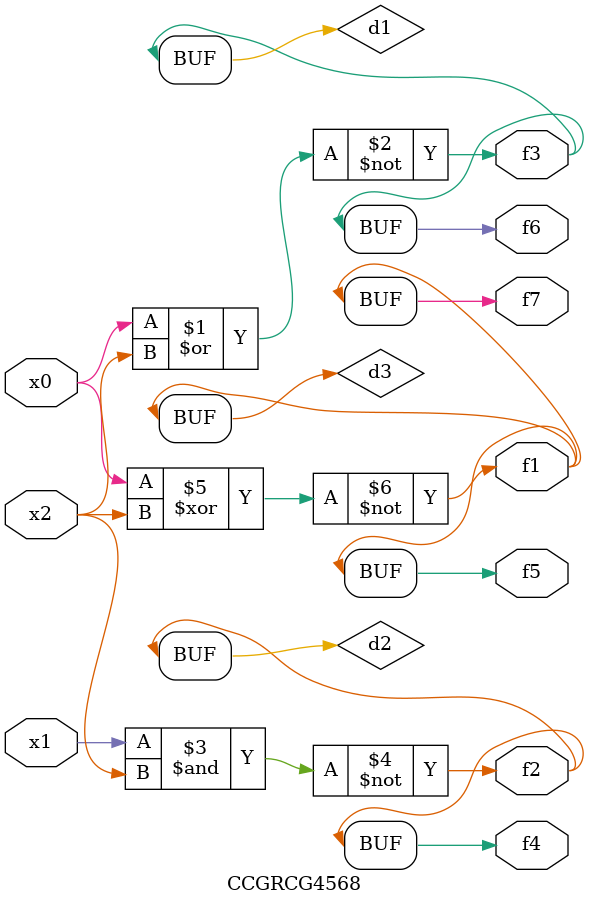
<source format=v>
module CCGRCG4568(
	input x0, x1, x2,
	output f1, f2, f3, f4, f5, f6, f7
);

	wire d1, d2, d3;

	nor (d1, x0, x2);
	nand (d2, x1, x2);
	xnor (d3, x0, x2);
	assign f1 = d3;
	assign f2 = d2;
	assign f3 = d1;
	assign f4 = d2;
	assign f5 = d3;
	assign f6 = d1;
	assign f7 = d3;
endmodule

</source>
